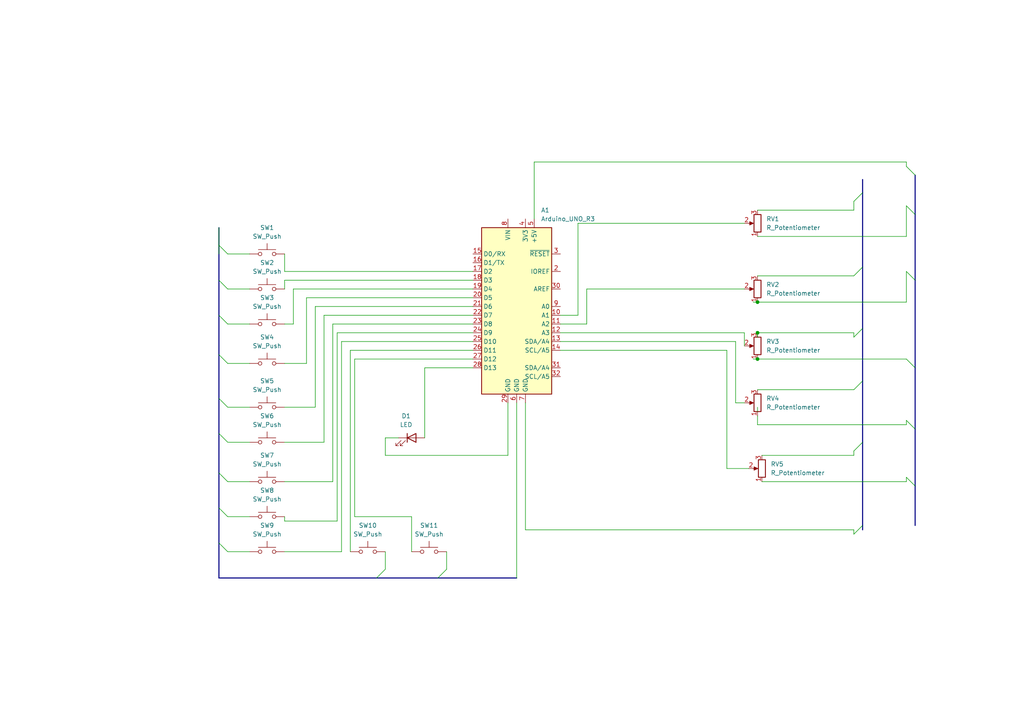
<source format=kicad_sch>
(kicad_sch (version 20230121) (generator eeschema)
  (paper "A4")
  (lib_symbols
    (symbol "Device:LED" (pin_numbers hide) (pin_names (offset 1.016) hide)
      (property "Reference" "D" (at 0 2.54 0))
      (property "Value" "LED" (at 0 -2.54 0))
      (symbol "LED_0_1"
        (polyline (pts (xy -1.27 -1.27) (xy -1.27 1.27)) (stroke (width 0.254)))
        (polyline (pts (xy -1.27 0) (xy 1.27 0)))
        (polyline (pts (xy 1.27 -1.27) (xy 1.27 1.27) (xy -1.27 0) (xy 1.27 -1.27)) (stroke (width 0.254)))
        (polyline (pts (xy -3.048 -0.762) (xy -4.572 -2.286) (xy -3.81 -2.286) (xy -4.572 -2.286) (xy -4.572 -1.524)))
        (polyline (pts (xy -1.778 -0.762) (xy -3.302 -2.286) (xy -2.54 -2.286) (xy -3.302 -2.286) (xy -3.302 -1.524)))
      )
      (symbol "LED_1_1"
        (pin passive line (at -3.81 0 0) (length 2.54) (name "K") (number "1"))
        (pin passive line (at 3.81 0 180) (length 2.54) (name "A") (number "2"))
      )
    )
    (symbol "Device:R_Potentiometer" (pin_names (offset 1.016) hide)
      (property "Reference" "RV" (at -4.445 0 90))
      (property "Value" "R_Potentiometer" (at -2.54 0 90))
      (symbol "R_Potentiometer_0_1"
        (polyline (pts (xy 2.54 0) (xy 1.524 0)))
        (polyline (pts (xy 1.143 0) (xy 2.286 0.508) (xy 2.286 -0.508) (xy 1.143 0)) (fill (type outline)))
        (rectangle (start 1.016 2.54) (end -1.016 -2.54) (stroke (width 0.254)))
      )
      (symbol "R_Potentiometer_1_1"
        (pin passive line (at 0 3.81 270) (length 1.27) (name "1") (number "1"))
        (pin passive line (at 3.81 0 180) (length 1.27) (name "2") (number "2"))
        (pin passive line (at 0 -3.81 90) (length 1.27) (name "3") (number "3"))
      )
    )
    (symbol "MCU_Module:Arduino_UNO_R3"
      (property "Reference" "A" (at -10.16 23.495 0))
      (property "Value" "Arduino_UNO_R3" (at 5.08 -26.67 0))
      (symbol "Arduino_UNO_R3_0_1"
        (rectangle (start -10.16 22.86) (end 10.16 -25.4) (stroke (width 0.254)) (fill (type background)))
      )
      (symbol "Arduino_UNO_R3_1_1"
        (pin no_connect line (at -10.16 -20.32 0) (length 2.54) hide (name "NC") (number "1"))
        (pin bidirectional line (at 12.7 -2.54 180) (length 2.54) (name "A1") (number "10"))
        (pin bidirectional line (at 12.7 -5.08 180) (length 2.54) (name "A2") (number "11"))
        (pin bidirectional line (at 12.7 -7.62 180) (length 2.54) (name "A3") (number "12"))
        (pin bidirectional line (at 12.7 -10.16 180) (length 2.54) (name "SDA/A4") (number "13"))
        (pin bidirectional line (at 12.7 -12.7 180) (length 2.54) (name "SCL/A5") (number "14"))
        (pin bidirectional line (at -12.7 15.24 0) (length 2.54) (name "D0/RX") (number "15"))
        (pin bidirectional line (at -12.7 12.7 0) (length 2.54) (name "D1/TX") (number "16"))
        (pin bidirectional line (at -12.7 10.16 0) (length 2.54) (name "D2") (number "17"))
        (pin bidirectional line (at -12.7 7.62 0) (length 2.54) (name "D3") (number "18"))
        (pin bidirectional line (at -12.7 5.08 0) (length 2.54) (name "D4") (number "19"))
        (pin output line (at 12.7 10.16 180) (length 2.54) (name "IOREF") (number "2"))
        (pin bidirectional line (at -12.7 2.54 0) (length 2.54) (name "D5") (number "20"))
        (pin bidirectional line (at -12.7 0 0) (length 2.54) (name "D6") (number "21"))
        (pin bidirectional line (at -12.7 -2.54 0) (length 2.54) (name "D7") (number "22"))
        (pin bidirectional line (at -12.7 -5.08 0) (length 2.54) (name "D8") (number "23"))
        (pin bidirectional line (at -12.7 -7.62 0) (length 2.54) (name "D9") (number "24"))
        (pin bidirectional line (at -12.7 -10.16 0) (length 2.54) (name "D10") (number "25"))
        (pin bidirectional line (at -12.7 -12.7 0) (length 2.54) (name "D11") (number "26"))
        (pin bidirectional line (at -12.7 -15.24 0) (length 2.54) (name "D12") (number "27"))
        (pin bidirectional line (at -12.7 -17.78 0) (length 2.54) (name "D13") (number "28"))
        (pin power_in line (at -2.54 -27.94 90) (length 2.54) (name "GND") (number "29"))
        (pin input line (at 12.7 15.24 180) (length 2.54) (name "~{RESET}") (number "3"))
        (pin input line (at 12.7 5.08 180) (length 2.54) (name "AREF") (number "30"))
        (pin bidirectional line (at 12.7 -17.78 180) (length 2.54) (name "SDA/A4") (number "31"))
        (pin bidirectional line (at 12.7 -20.32 180) (length 2.54) (name "SCL/A5") (number "32"))
        (pin power_out line (at 2.54 25.4 270) (length 2.54) (name "3V3") (number "4"))
        (pin power_out line (at 5.08 25.4 270) (length 2.54) (name "+5V") (number "5"))
        (pin power_in line (at 0 -27.94 90) (length 2.54) (name "GND") (number "6"))
        (pin power_in line (at 2.54 -27.94 90) (length 2.54) (name "GND") (number "7"))
        (pin power_in line (at -2.54 25.4 270) (length 2.54) (name "VIN") (number "8"))
        (pin bidirectional line (at 12.7 0 180) (length 2.54) (name "A0") (number "9"))
      )
    )
    (symbol "Switch:SW_Push" (pin_numbers hide) (pin_names (offset 1.016) hide)
      (property "Reference" "SW" (at 1.27 2.54 0))
      (property "Value" "SW_Push" (at 0 -1.524 0))
      (symbol "SW_Push_0_1"
        (circle (center -2.032 0) (radius 0.508))
        (polyline (pts (xy 0 1.27) (xy 0 3.048)))
        (polyline (pts (xy 2.54 1.27) (xy -2.54 1.27)))
        (circle (center 2.032 0) (radius 0.508))
        (pin passive line (at -5.08 0 0) (length 2.54) (name "1") (number "1"))
        (pin passive line (at 5.08 0 180) (length 2.54) (name "2") (number "2"))
      )
    )
  )
  (junction (at 219.71 104.14))
  (junction (at 219.71 87.63))
  (junction (at 219.71 96.52))
  (bus_entry (at 63.5 81.28) (size 2.54 2.54))
  (bus_entry (at 250.19 152.4) (size -2.54 2.54))
  (bus_entry (at 63.5 102.87) (size 2.54 2.54))
  (bus_entry (at 265.43 81.28) (size -2.54 -2.54))
  (bus_entry (at 109.22 167.64) (size 2.54 -2.54))
  (bus_entry (at 265.43 62.23) (size -2.54 -2.54))
  (bus_entry (at 63.5 137.16) (size 2.54 2.54))
  (bus_entry (at 63.5 71.12) (size 2.54 2.54))
  (bus_entry (at 250.19 55.88) (size -2.54 2.54))
  (bus_entry (at 265.43 140.97) (size -2.54 -2.54))
  (bus_entry (at 265.43 106.68) (size -2.54 -2.54))
  (bus_entry (at 265.43 124.46) (size -2.54 -2.54))
  (bus_entry (at 127 167.64) (size 2.54 -2.54))
  (bus_entry (at 63.5 125.73) (size 2.54 2.54))
  (bus_entry (at 63.5 157.48) (size 2.54 2.54))
  (bus_entry (at 63.5 91.44) (size 2.54 2.54))
  (bus_entry (at 63.5 115.57) (size 2.54 2.54))
  (bus_entry (at 265.43 50.8) (size -2.54 -2.54))
  (bus_entry (at 250.19 95.25) (size -2.54 2.54))
  (bus_entry (at 250.19 128.27) (size -2.54 2.54))
  (bus_entry (at 250.19 77.47) (size -2.54 2.54))
  (bus_entry (at 250.19 110.49) (size -2.54 2.54))
  (bus_entry (at 63.5 147.32) (size 2.54 2.54))
  (wire (pts (xy 219.71 113.03) (xy 247.65 113.03)))
  (bus (pts (xy 265.43 81.28) (xy 265.43 106.68)))
  (bus (pts (xy 63.5 102.87) (xy 63.5 115.57)))
  (wire (pts (xy 247.65 153.67) (xy 247.65 154.94)))
  (wire (pts (xy 219.71 87.63) (xy 262.89 87.63)))
  (wire (pts (xy 97.79 151.13) (xy 82.55 151.13)))
  (wire (pts (xy 119.38 149.86) (xy 102.87 149.86)))
  (wire (pts (xy 66.04 149.86) (xy 72.39 149.86)))
  (wire (pts (xy 111.76 132.08) (xy 111.76 127)))
  (wire (pts (xy 119.38 160.02) (xy 119.38 149.86)))
  (wire (pts (xy 91.44 88.9) (xy 91.44 118.11)))
  (wire (pts (xy 82.55 139.7) (xy 96.52 139.7)))
  (wire (pts (xy 154.94 46.99) (xy 262.89 46.99)))
  (wire (pts (xy 96.52 93.98) (xy 137.16 93.98)))
  (wire (pts (xy 262.89 46.99) (xy 262.89 48.26)))
  (bus (pts (xy 63.5 147.32) (xy 63.5 157.48)))
  (bus (pts (xy 63.5 81.28) (xy 63.5 91.44)))
  (wire (pts (xy 99.06 160.02) (xy 99.06 99.06)))
  (wire (pts (xy 82.55 93.98) (xy 85.09 93.98)))
  (wire (pts (xy 152.4 153.67) (xy 247.65 153.67)))
  (wire (pts (xy 167.64 64.77) (xy 215.9 64.77)))
  (wire (pts (xy 66.04 73.66) (xy 72.39 73.66)))
  (wire (pts (xy 97.79 96.52) (xy 97.79 151.13)))
  (wire (pts (xy 66.04 118.11) (xy 72.39 118.11)))
  (bus (pts (xy 63.5 91.44) (xy 63.5 102.87)))
  (bus (pts (xy 265.43 140.97) (xy 265.43 152.4)))
  (bus (pts (xy 265.43 124.46) (xy 265.43 140.97)))
  (bus (pts (xy 250.19 110.49) (xy 250.19 128.27)))
  (bus (pts (xy 250.19 152.4) (xy 250.19 153.67)))
  (wire (pts (xy 149.86 116.84) (xy 149.86 167.64)))
  (wire (pts (xy 210.82 101.6) (xy 210.82 135.89)))
  (wire (pts (xy 213.36 116.84) (xy 215.9 116.84)))
  (wire (pts (xy 137.16 81.28) (xy 82.55 81.28)))
  (wire (pts (xy 66.04 139.7) (xy 72.39 139.7)))
  (wire (pts (xy 63.5 66.04) (xy 63.5 71.12)))
  (wire (pts (xy 262.89 78.74) (xy 262.89 87.63)))
  (wire (pts (xy 162.56 93.98) (xy 170.18 93.98)))
  (bus (pts (xy 63.5 71.12) (xy 63.5 81.28)))
  (bus (pts (xy 109.22 167.64) (xy 63.5 167.64)))
  (wire (pts (xy 152.4 116.84) (xy 152.4 153.67)))
  (wire (pts (xy 102.87 149.86) (xy 102.87 104.14)))
  (wire (pts (xy 219.71 123.19) (xy 219.71 120.65)))
  (wire (pts (xy 262.89 59.69) (xy 262.89 68.58)))
  (wire (pts (xy 137.16 91.44) (xy 93.98 91.44)))
  (bus (pts (xy 127 167.64) (xy 109.22 167.64)))
  (wire (pts (xy 219.71 60.96) (xy 247.65 60.96)))
  (wire (pts (xy 111.76 160.02) (xy 111.76 165.1)))
  (wire (pts (xy 219.71 96.52) (xy 219.71 97.79)))
  (bus (pts (xy 250.19 95.25) (xy 250.19 110.49)))
  (wire (pts (xy 82.55 78.74) (xy 82.55 73.66)))
  (wire (pts (xy 247.65 96.52) (xy 247.65 97.79)))
  (wire (pts (xy 102.87 104.14) (xy 137.16 104.14)))
  (wire (pts (xy 137.16 86.36) (xy 88.9 86.36)))
  (wire (pts (xy 219.71 118.11) (xy 219.71 119.38)))
  (wire (pts (xy 93.98 128.27) (xy 82.55 128.27)))
  (wire (pts (xy 247.65 60.96) (xy 247.65 58.42)))
  (wire (pts (xy 167.64 91.44) (xy 167.64 64.77)))
  (wire (pts (xy 162.56 96.52) (xy 215.9 96.52)))
  (wire (pts (xy 154.94 46.99) (xy 154.94 63.5)))
  (wire (pts (xy 82.55 105.41) (xy 88.9 105.41)))
  (bus (pts (xy 265.43 50.8) (xy 265.43 62.23)))
  (wire (pts (xy 219.71 68.58) (xy 262.89 68.58)))
  (bus (pts (xy 63.5 157.48) (xy 63.5 167.64)))
  (wire (pts (xy 262.89 139.7) (xy 262.89 138.43)))
  (wire (pts (xy 85.09 83.82) (xy 85.09 93.98)))
  (wire (pts (xy 66.04 83.82) (xy 72.39 83.82)))
  (bus (pts (xy 265.43 62.23) (xy 265.43 81.28)))
  (bus (pts (xy 265.43 106.68) (xy 265.43 124.46)))
  (wire (pts (xy 129.54 160.02) (xy 129.54 165.1)))
  (wire (pts (xy 82.55 151.13) (xy 82.55 149.86)))
  (wire (pts (xy 63.5 71.12) (xy 63.5 73.66)))
  (wire (pts (xy 123.19 127) (xy 123.19 106.68)))
  (wire (pts (xy 162.56 101.6) (xy 210.82 101.6)))
  (wire (pts (xy 137.16 88.9) (xy 91.44 88.9)))
  (wire (pts (xy 147.32 132.08) (xy 111.76 132.08)))
  (wire (pts (xy 82.55 81.28) (xy 82.55 83.82)))
  (wire (pts (xy 88.9 86.36) (xy 88.9 105.41)))
  (wire (pts (xy 123.19 106.68) (xy 137.16 106.68)))
  (wire (pts (xy 137.16 96.52) (xy 97.79 96.52)))
  (wire (pts (xy 218.44 87.63) (xy 219.71 87.63)))
  (wire (pts (xy 170.18 93.98) (xy 170.18 83.82)))
  (wire (pts (xy 82.55 160.02) (xy 99.06 160.02)))
  (wire (pts (xy 93.98 91.44) (xy 93.98 128.27)))
  (bus (pts (xy 250.19 55.88) (xy 250.19 77.47)))
  (wire (pts (xy 137.16 78.74) (xy 82.55 78.74)))
  (wire (pts (xy 213.36 99.06) (xy 213.36 116.84)))
  (bus (pts (xy 250.19 77.47) (xy 250.19 95.25)))
  (bus (pts (xy 250.19 128.27) (xy 250.19 152.4)))
  (bus (pts (xy 149.86 167.64) (xy 127 167.64)))
  (wire (pts (xy 219.71 123.19) (xy 262.89 123.19)))
  (wire (pts (xy 96.52 139.7) (xy 96.52 93.98)))
  (wire (pts (xy 99.06 99.06) (xy 137.16 99.06)))
  (wire (pts (xy 215.9 96.52) (xy 215.9 100.33)))
  (wire (pts (xy 66.04 93.98) (xy 72.39 93.98)))
  (wire (pts (xy 66.04 160.02) (xy 72.39 160.02)))
  (wire (pts (xy 219.71 104.14) (xy 262.89 104.14)))
  (wire (pts (xy 219.71 96.52) (xy 247.65 96.52)))
  (wire (pts (xy 137.16 83.82) (xy 85.09 83.82)))
  (wire (pts (xy 82.55 118.11) (xy 91.44 118.11)))
  (bus (pts (xy 63.5 115.57) (xy 63.5 125.73)))
  (wire (pts (xy 162.56 99.06) (xy 213.36 99.06)))
  (wire (pts (xy 66.04 105.41) (xy 72.39 105.41)))
  (wire (pts (xy 170.18 83.82) (xy 215.9 83.82)))
  (wire (pts (xy 262.89 123.19) (xy 262.89 121.92)))
  (wire (pts (xy 218.44 104.14) (xy 219.71 104.14)))
  (wire (pts (xy 247.65 132.08) (xy 247.65 130.81)))
  (wire (pts (xy 101.6 101.6) (xy 137.16 101.6)))
  (wire (pts (xy 101.6 160.02) (xy 101.6 101.6)))
  (wire (pts (xy 210.82 135.89) (xy 217.17 135.89)))
  (wire (pts (xy 219.71 80.01) (xy 247.65 80.01)))
  (wire (pts (xy 220.98 132.08) (xy 247.65 132.08)))
  (wire (pts (xy 66.04 128.27) (xy 72.39 128.27)))
  (bus (pts (xy 63.5 66.04) (xy 63.5 71.12)))
  (wire (pts (xy 147.32 116.84) (xy 147.32 132.08)))
  (wire (pts (xy 162.56 91.44) (xy 167.64 91.44)))
  (wire (pts (xy 220.98 139.7) (xy 262.89 139.7)))
  (bus (pts (xy 250.19 52.07) (xy 250.19 55.88)))
  (wire (pts (xy 111.76 127) (xy 115.57 127)))
  (bus (pts (xy 63.5 125.73) (xy 63.5 137.16)))
  (bus (pts (xy 63.5 137.16) (xy 63.5 147.32)))
  (symbol (lib_id "Switch:SW_Push") (at 77.47 118.11 0) (unit 1)
    (property "Reference" "SW5" (at 77.47 110.49 0))
    (property "Value" "SW_Push" (at 77.47 113.03 0))
    (property "Footprint" "Button_Switch_SMD:SW_Push_SPST_NO_Alps_SKRK" (effects hide))
  )
  (symbol (lib_id "Switch:SW_Push") (at 77.47 139.7 0) (unit 1)
    (property "Reference" "SW7" (at 77.47 132.08 0))
    (property "Value" "SW_Push" (at 77.47 134.62 0))
    (property "Footprint" "Button_Switch_SMD:SW_Push_SPST_NO_Alps_SKRK" (effects hide))
  )
  (symbol (lib_id "Switch:SW_Push") (at 106.68 160.02 0) (unit 1)
    (property "Reference" "SW10" (at 106.68 152.4 0))
    (property "Value" "SW_Push" (at 106.68 154.94 0))
    (property "Footprint" "Button_Switch_SMD:SW_Push_SPST_NO_Alps_SKRK" (effects hide))
  )
  (symbol (lib_id "Switch:SW_Push") (at 77.47 83.82 0) (unit 1)
    (property "Reference" "SW2" (at 77.47 76.2 0))
    (property "Value" "SW_Push" (at 77.47 78.74 0))
    (property "Footprint" "Button_Switch_SMD:SW_Push_SPST_NO_Alps_SKRK" (effects hide))
  )
  (symbol (lib_id "Device:R_Potentiometer") (at 219.71 83.82 180) (unit 1)
    (property "Reference" "RV2" (at 222.25 82.55 0) (effects (justify right)))
    (property "Value" "R_Potentiometer" (at 222.25 85.09 0) (effects (justify right)))
    (property "Footprint" "Potentiometer_SMD:Potentiometer_ACP_CA14-VSMD_Vertical_Hole" (effects hide))
  )
  (symbol (lib_id "Switch:SW_Push") (at 77.47 149.86 0) (unit 1)
    (property "Reference" "SW8" (at 77.47 142.24 0))
    (property "Value" "SW_Push" (at 77.47 144.78 0))
    (property "Footprint" "Button_Switch_SMD:SW_Push_SPST_NO_Alps_SKRK" (effects hide))
  )
  (symbol (lib_id "Switch:SW_Push") (at 77.47 105.41 0) (unit 1)
    (property "Reference" "SW4" (at 77.47 97.79 0))
    (property "Value" "SW_Push" (at 77.47 100.33 0))
    (property "Footprint" "Button_Switch_SMD:SW_Push_SPST_NO_Alps_SKRK" (effects hide))
  )
  (symbol (lib_id "Switch:SW_Push") (at 77.47 128.27 0) (unit 1)
    (property "Reference" "SW6" (at 77.47 120.65 0))
    (property "Value" "SW_Push" (at 77.47 123.19 0))
    (property "Footprint" "Button_Switch_SMD:SW_Push_SPST_NO_Alps_SKRK" (effects hide))
  )
  (symbol (lib_id "MCU_Module:Arduino_UNO_R3") (at 149.86 88.9 0) (unit 1)
    (property "Reference" "A1" (at 156.8959 60.96 0) (effects (justify left)))
    (property "Value" "Arduino_UNO_R3" (at 156.8959 63.5 0) (effects (justify left)))
    (property "Footprint" "Module:Arduino_UNO_R3" (effects hide))
    (property "Datasheet" "https://www.arduino.cc/en/Main/arduinoBoardUno" (effects hide))
  )
  (symbol (lib_id "Switch:SW_Push") (at 77.47 160.02 0) (unit 1)
    (property "Reference" "SW9" (at 77.47 152.4 0))
    (property "Value" "SW_Push" (at 77.47 154.94 0))
    (property "Footprint" "Button_Switch_SMD:SW_Push_SPST_NO_Alps_SKRK" (effects hide))
  )
  (symbol (lib_id "Device:R_Potentiometer") (at 220.98 135.89 180) (unit 1)
    (property "Reference" "RV5" (at 223.52 134.62 0) (effects (justify right)))
    (property "Value" "R_Potentiometer" (at 223.52 137.16 0) (effects (justify right)))
    (property "Footprint" "Potentiometer_SMD:Potentiometer_ACP_CA14-VSMD_Vertical_Hole" (effects hide))
  )
  (symbol (lib_id "Switch:SW_Push") (at 124.46 160.02 0) (unit 1)
    (property "Reference" "SW11" (at 124.46 152.4 0))
    (property "Value" "SW_Push" (at 124.46 154.94 0))
    (property "Footprint" "Button_Switch_SMD:SW_Push_SPST_NO_Alps_SKRK" (effects hide))
  )
  (symbol (lib_id "Switch:SW_Push") (at 77.47 73.66 0) (unit 1)
    (property "Reference" "SW1" (at 77.47 66.04 0))
    (property "Value" "SW_Push" (at 77.47 68.58 0))
    (property "Footprint" "Button_Switch_SMD:SW_Push_SPST_NO_Alps_SKRK" (effects hide))
  )
  (symbol (lib_id "Device:R_Potentiometer") (at 219.71 116.84 180) (unit 1)
    (property "Reference" "RV4" (at 222.25 115.57 0) (effects (justify right)))
    (property "Value" "R_Potentiometer" (at 222.25 118.11 0) (effects (justify right)))
    (property "Footprint" "Potentiometer_SMD:Potentiometer_ACP_CA14-VSMD_Vertical_Hole" (effects hide))
  )
  (symbol (lib_id "Device:R_Potentiometer") (at 219.71 64.77 180) (unit 1)
    (property "Reference" "RV1" (at 222.25 63.5 0) (effects (justify right)))
    (property "Value" "R_Potentiometer" (at 222.25 66.04 0) (effects (justify right)))
    (property "Footprint" "Potentiometer_SMD:Potentiometer_ACP_CA14-VSMD_Vertical_Hole" (effects hide))
  )
  (symbol (lib_id "Switch:SW_Push") (at 77.47 93.98 0) (unit 1)
    (property "Reference" "SW3" (at 77.47 86.36 0))
    (property "Value" "SW_Push" (at 77.47 88.9 0))
    (property "Footprint" "Button_Switch_SMD:SW_Push_SPST_NO_Alps_SKRK" (effects hide))
  )
  (symbol (lib_id "Device:R_Potentiometer") (at 219.71 100.33 180) (unit 1)
    (property "Reference" "RV3" (at 222.25 99.06 0) (effects (justify right)))
    (property "Value" "R_Potentiometer" (at 222.25 101.6 0) (effects (justify right)))
    (property "Footprint" "Potentiometer_SMD:Potentiometer_ACP_CA14-VSMD_Vertical_Hole" (effects hide))
  )
  (symbol (lib_id "Device:LED") (at 119.38 127 0) (unit 1)
    (property "Reference" "D1" (at 117.7925 120.65 0))
    (property "Value" "LED" (at 117.7925 123.19 0))
    (property "Footprint" "LED_THT:LED_D1.8mm_W1.8mm_H2.4mm_Horizontal_O1.27mm_Z4.9mm" (effects hide))
  )
)
</source>
